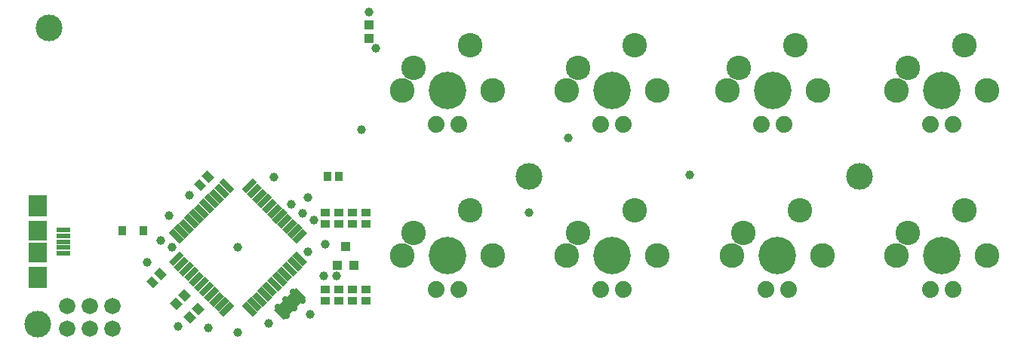
<source format=gts>
G75*
%MOIN*%
%OFA0B0*%
%FSLAX25Y25*%
%IPPOS*%
%LPD*%
%AMOC8*
5,1,8,0,0,1.08239X$1,22.5*
%
%ADD10C,0.11824*%
%ADD11R,0.06706X0.02769*%
%ADD12R,0.02769X0.06706*%
%ADD13C,0.07200*%
%ADD14R,0.03556X0.04343*%
%ADD15C,0.02572*%
%ADD16R,0.13760X0.06040*%
%ADD17R,0.06312X0.02375*%
%ADD18R,0.08280X0.08674*%
%ADD19R,0.08280X0.09461*%
%ADD20R,0.03280X0.04068*%
%ADD21R,0.03950X0.04343*%
%ADD22C,0.10800*%
%ADD23C,0.10924*%
%ADD24C,0.16550*%
%ADD25C,0.07400*%
%ADD26R,0.04343X0.03556*%
%ADD27R,0.03950X0.03950*%
%ADD28C,0.03900*%
D10*
X0023516Y0011469D03*
X0240472Y0077000D03*
X0386472Y0077000D03*
X0028472Y0142500D03*
D11*
G36*
X0120332Y0074174D02*
X0115591Y0069433D01*
X0113634Y0071390D01*
X0118375Y0076131D01*
X0120332Y0074174D01*
G37*
G36*
X0122560Y0071947D02*
X0117819Y0067206D01*
X0115862Y0069163D01*
X0120603Y0073904D01*
X0122560Y0071947D01*
G37*
G36*
X0124787Y0069720D02*
X0120046Y0064979D01*
X0118089Y0066936D01*
X0122830Y0071677D01*
X0124787Y0069720D01*
G37*
G36*
X0127014Y0067493D02*
X0122273Y0062752D01*
X0120316Y0064709D01*
X0125057Y0069450D01*
X0127014Y0067493D01*
G37*
G36*
X0129241Y0065266D02*
X0124500Y0060525D01*
X0122543Y0062482D01*
X0127284Y0067223D01*
X0129241Y0065266D01*
G37*
G36*
X0131468Y0063039D02*
X0126727Y0058298D01*
X0124770Y0060255D01*
X0129511Y0064996D01*
X0131468Y0063039D01*
G37*
G36*
X0133695Y0060811D02*
X0128954Y0056070D01*
X0126997Y0058027D01*
X0131738Y0062768D01*
X0133695Y0060811D01*
G37*
G36*
X0135922Y0058584D02*
X0131181Y0053843D01*
X0129224Y0055800D01*
X0133965Y0060541D01*
X0135922Y0058584D01*
G37*
G36*
X0138149Y0056357D02*
X0133408Y0051616D01*
X0131451Y0053573D01*
X0136192Y0058314D01*
X0138149Y0056357D01*
G37*
G36*
X0140376Y0054130D02*
X0135635Y0049389D01*
X0133678Y0051346D01*
X0138419Y0056087D01*
X0140376Y0054130D01*
G37*
G36*
X0142604Y0051903D02*
X0137863Y0047162D01*
X0135906Y0049119D01*
X0140647Y0053860D01*
X0142604Y0051903D01*
G37*
G36*
X0094721Y0035200D02*
X0089980Y0030459D01*
X0088023Y0032416D01*
X0092764Y0037157D01*
X0094721Y0035200D01*
G37*
G36*
X0092494Y0037427D02*
X0087753Y0032686D01*
X0085796Y0034643D01*
X0090537Y0039384D01*
X0092494Y0037427D01*
G37*
G36*
X0090266Y0039654D02*
X0085525Y0034913D01*
X0083568Y0036870D01*
X0088309Y0041611D01*
X0090266Y0039654D01*
G37*
G36*
X0088039Y0041881D02*
X0083298Y0037140D01*
X0081341Y0039097D01*
X0086082Y0043838D01*
X0088039Y0041881D01*
G37*
G36*
X0096948Y0032973D02*
X0092207Y0028232D01*
X0090250Y0030189D01*
X0094991Y0034930D01*
X0096948Y0032973D01*
G37*
G36*
X0099175Y0030745D02*
X0094434Y0026004D01*
X0092477Y0027961D01*
X0097218Y0032702D01*
X0099175Y0030745D01*
G37*
G36*
X0101402Y0028518D02*
X0096661Y0023777D01*
X0094704Y0025734D01*
X0099445Y0030475D01*
X0101402Y0028518D01*
G37*
G36*
X0103629Y0026291D02*
X0098888Y0021550D01*
X0096931Y0023507D01*
X0101672Y0028248D01*
X0103629Y0026291D01*
G37*
G36*
X0105856Y0024064D02*
X0101115Y0019323D01*
X0099158Y0021280D01*
X0103899Y0026021D01*
X0105856Y0024064D01*
G37*
G36*
X0108083Y0021837D02*
X0103342Y0017096D01*
X0101385Y0019053D01*
X0106126Y0023794D01*
X0108083Y0021837D01*
G37*
G36*
X0110310Y0019610D02*
X0105569Y0014869D01*
X0103612Y0016826D01*
X0108353Y0021567D01*
X0110310Y0019610D01*
G37*
D12*
G36*
X0120332Y0016826D02*
X0118375Y0014869D01*
X0113634Y0019610D01*
X0115591Y0021567D01*
X0120332Y0016826D01*
G37*
G36*
X0122560Y0019053D02*
X0120603Y0017096D01*
X0115862Y0021837D01*
X0117819Y0023794D01*
X0122560Y0019053D01*
G37*
G36*
X0124787Y0021280D02*
X0122830Y0019323D01*
X0118089Y0024064D01*
X0120046Y0026021D01*
X0124787Y0021280D01*
G37*
G36*
X0127014Y0023507D02*
X0125057Y0021550D01*
X0120316Y0026291D01*
X0122273Y0028248D01*
X0127014Y0023507D01*
G37*
G36*
X0129241Y0025734D02*
X0127284Y0023777D01*
X0122543Y0028518D01*
X0124500Y0030475D01*
X0129241Y0025734D01*
G37*
G36*
X0131468Y0027961D02*
X0129511Y0026004D01*
X0124770Y0030745D01*
X0126727Y0032702D01*
X0131468Y0027961D01*
G37*
G36*
X0133695Y0030189D02*
X0131738Y0028232D01*
X0126997Y0032973D01*
X0128954Y0034930D01*
X0133695Y0030189D01*
G37*
G36*
X0135922Y0032416D02*
X0133965Y0030459D01*
X0129224Y0035200D01*
X0131181Y0037157D01*
X0135922Y0032416D01*
G37*
G36*
X0138149Y0034643D02*
X0136192Y0032686D01*
X0131451Y0037427D01*
X0133408Y0039384D01*
X0138149Y0034643D01*
G37*
G36*
X0140376Y0036870D02*
X0138419Y0034913D01*
X0133678Y0039654D01*
X0135635Y0041611D01*
X0140376Y0036870D01*
G37*
G36*
X0142604Y0039097D02*
X0140647Y0037140D01*
X0135906Y0041881D01*
X0137863Y0043838D01*
X0142604Y0039097D01*
G37*
G36*
X0094721Y0055800D02*
X0092764Y0053843D01*
X0088023Y0058584D01*
X0089980Y0060541D01*
X0094721Y0055800D01*
G37*
G36*
X0092494Y0053573D02*
X0090537Y0051616D01*
X0085796Y0056357D01*
X0087753Y0058314D01*
X0092494Y0053573D01*
G37*
G36*
X0090266Y0051346D02*
X0088309Y0049389D01*
X0083568Y0054130D01*
X0085525Y0056087D01*
X0090266Y0051346D01*
G37*
G36*
X0088039Y0049119D02*
X0086082Y0047162D01*
X0081341Y0051903D01*
X0083298Y0053860D01*
X0088039Y0049119D01*
G37*
G36*
X0096948Y0058027D02*
X0094991Y0056070D01*
X0090250Y0060811D01*
X0092207Y0062768D01*
X0096948Y0058027D01*
G37*
G36*
X0099175Y0060255D02*
X0097218Y0058298D01*
X0092477Y0063039D01*
X0094434Y0064996D01*
X0099175Y0060255D01*
G37*
G36*
X0101402Y0062482D02*
X0099445Y0060525D01*
X0094704Y0065266D01*
X0096661Y0067223D01*
X0101402Y0062482D01*
G37*
G36*
X0103629Y0064709D02*
X0101672Y0062752D01*
X0096931Y0067493D01*
X0098888Y0069450D01*
X0103629Y0064709D01*
G37*
G36*
X0105856Y0066936D02*
X0103899Y0064979D01*
X0099158Y0069720D01*
X0101115Y0071677D01*
X0105856Y0066936D01*
G37*
G36*
X0108083Y0069163D02*
X0106126Y0067206D01*
X0101385Y0071947D01*
X0103342Y0073904D01*
X0108083Y0069163D01*
G37*
G36*
X0110310Y0071390D02*
X0108353Y0069433D01*
X0103612Y0074174D01*
X0105569Y0076131D01*
X0110310Y0071390D01*
G37*
D13*
X0056472Y0019500D03*
X0046472Y0019500D03*
X0036472Y0019500D03*
X0036472Y0009500D03*
X0046472Y0009500D03*
X0056472Y0009500D03*
D14*
G36*
X0081871Y0020967D02*
X0084386Y0023482D01*
X0087455Y0020413D01*
X0084940Y0017898D01*
X0081871Y0020967D01*
G37*
G36*
X0085490Y0024587D02*
X0088005Y0027102D01*
X0091074Y0024033D01*
X0088559Y0021518D01*
X0085490Y0024587D01*
G37*
G36*
X0091490Y0018587D02*
X0094005Y0021102D01*
X0097074Y0018033D01*
X0094559Y0015518D01*
X0091490Y0018587D01*
G37*
G36*
X0087871Y0014967D02*
X0090386Y0017482D01*
X0093455Y0014413D01*
X0090940Y0011898D01*
X0087871Y0014967D01*
G37*
G36*
X0071371Y0030467D02*
X0073886Y0032982D01*
X0076955Y0029913D01*
X0074440Y0027398D01*
X0071371Y0030467D01*
G37*
G36*
X0074990Y0034087D02*
X0077505Y0036602D01*
X0080574Y0033533D01*
X0078059Y0031018D01*
X0074990Y0034087D01*
G37*
G36*
X0092371Y0073467D02*
X0094886Y0075982D01*
X0097955Y0072913D01*
X0095440Y0070398D01*
X0092371Y0073467D01*
G37*
G36*
X0095990Y0077087D02*
X0098505Y0079602D01*
X0101574Y0076533D01*
X0099059Y0074018D01*
X0095990Y0077087D01*
G37*
X0151413Y0077000D03*
X0156531Y0077000D03*
D15*
X0136288Y0025866D02*
X0140338Y0021816D01*
X0136997Y0018475D02*
X0132947Y0022525D01*
X0129607Y0019184D02*
X0133657Y0015134D01*
D16*
G36*
X0127972Y0017785D02*
X0137701Y0027514D01*
X0141972Y0023243D01*
X0132243Y0013514D01*
X0127972Y0017785D01*
G37*
D17*
X0034693Y0042882D03*
X0034693Y0045441D03*
X0034693Y0048000D03*
X0034693Y0050559D03*
X0034693Y0053118D03*
D18*
X0023472Y0052921D03*
X0023472Y0043079D03*
D19*
X0023472Y0032252D03*
X0023472Y0063748D03*
D20*
X0060945Y0053000D03*
X0070000Y0053000D03*
D21*
X0155732Y0037563D03*
X0163213Y0037563D03*
X0159472Y0045831D03*
D22*
X0189449Y0051996D03*
X0214449Y0061996D03*
X0262283Y0051996D03*
X0287283Y0061996D03*
X0335118Y0051996D03*
X0360118Y0061996D03*
X0407953Y0051996D03*
X0432953Y0061996D03*
X0407953Y0124831D03*
X0432953Y0134831D03*
X0358150Y0134831D03*
X0333150Y0124831D03*
X0287283Y0134831D03*
X0262283Y0124831D03*
X0214449Y0134831D03*
X0189449Y0124831D03*
D23*
X0184449Y0114831D03*
X0224449Y0114831D03*
X0257283Y0114831D03*
X0297283Y0114831D03*
X0328150Y0114831D03*
X0368150Y0114831D03*
X0402953Y0114831D03*
X0442953Y0114831D03*
X0442953Y0041996D03*
X0402953Y0041996D03*
X0370118Y0041996D03*
X0330118Y0041996D03*
X0297283Y0041996D03*
X0257283Y0041996D03*
X0224449Y0041996D03*
X0184449Y0041996D03*
D24*
X0204449Y0041996D03*
X0277283Y0041996D03*
X0350118Y0041996D03*
X0422953Y0041996D03*
X0422953Y0114831D03*
X0348150Y0114831D03*
X0277283Y0114831D03*
X0204449Y0114831D03*
D25*
X0209449Y0099831D03*
X0199449Y0099831D03*
X0272283Y0099831D03*
X0282283Y0099831D03*
X0343150Y0099831D03*
X0353150Y0099831D03*
X0417953Y0099831D03*
X0427953Y0099831D03*
X0427953Y0026996D03*
X0417953Y0026996D03*
X0355118Y0026996D03*
X0345118Y0026996D03*
X0282283Y0026996D03*
X0272283Y0026996D03*
X0209449Y0026996D03*
X0199449Y0026996D03*
D26*
X0168472Y0027059D03*
X0162472Y0027059D03*
X0156472Y0027059D03*
X0150472Y0027059D03*
X0150472Y0021941D03*
X0156472Y0021941D03*
X0162472Y0021941D03*
X0168472Y0021941D03*
X0168472Y0055941D03*
X0162472Y0055941D03*
X0156472Y0055941D03*
X0150472Y0055941D03*
X0150472Y0061059D03*
X0156472Y0061059D03*
X0162472Y0061059D03*
X0168472Y0061059D03*
D27*
X0169972Y0138047D03*
X0169972Y0143953D03*
D28*
X0169972Y0149500D03*
X0172972Y0133500D03*
X0166472Y0097500D03*
X0127972Y0076500D03*
X0142972Y0067500D03*
X0135472Y0064500D03*
X0140472Y0060500D03*
X0145472Y0057500D03*
X0150472Y0047000D03*
X0142972Y0043500D03*
X0149972Y0033000D03*
X0155472Y0033000D03*
X0111972Y0045500D03*
X0082972Y0045500D03*
X0077972Y0048500D03*
X0071972Y0039000D03*
X0081472Y0059500D03*
X0090472Y0068500D03*
X0240472Y0061000D03*
X0311472Y0077500D03*
X0257972Y0094000D03*
X0143972Y0016000D03*
X0125472Y0012000D03*
X0111972Y0008000D03*
X0098972Y0010000D03*
X0085472Y0010500D03*
M02*

</source>
